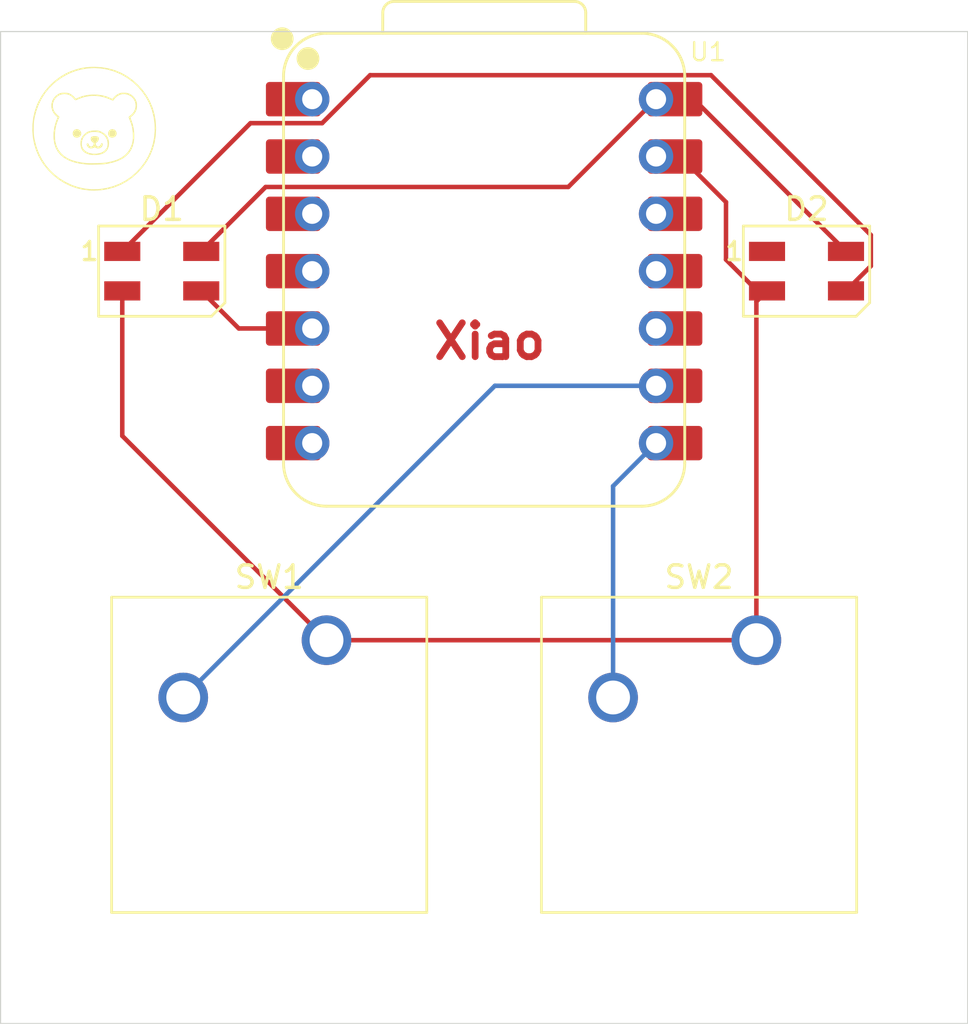
<source format=kicad_pcb>
(kicad_pcb (version 20241229) (generator "pcbnew") (generator_version "9.0")
  (layers (0 "F.Cu" signal) (2 "B.Cu" signal) (13 "F.Paste" user) (15 "B.Paste" user) (5 "F.SilkS" user "F.Silkscreen") (7 "B.SilkS" user "B.Silkscreen") (1 "F.Mask" user) (3 "B.Mask" user) (25 "Edge.Cuts" user))
  (net 0 "")
  (net 1 "GND")
  (net 2 "Net-(D1-DIN)")
  (net 3 "Net-(D1-DOUT)")
  (net 4 "+5V")
  (net 6 "Net-(U1-GPIO2{slash}SCK)")
  (net 7 "Net-(U1-GPIO1{slash}RX)")
  (net 16 "unconnected-(U1-GPIO7{slash}SCL-Pad6)")
  (footprint "LOGO" (layer "F.Cu") (at 99.4 55.6)
    (property "Reference" "G***" (hide yes))
    (property "Value" "LOGO" (hide yes))
    (fp_poly (pts (xy -0.718063 0.024701) (xy -0.658712 0.052965) (xy -0.612034 0.098426) (xy -0.581889 0.155616) (xy -0.572136 0.219068) (xy -0.586636 0.283313) (xy -0.629249 0.342883) (xy -0.639928 0.352456) (xy -0.702635 0.386025) (xy -0.775901 0.397123) (xy -0.846085 0.384831) (xy -0.877415 0.368486) (xy -0.92675 0.315296) (xy -0.951467 0.248393) (xy -0.952069 0.176887) (xy -0.92906 0.109891) (xy -0.882944 0.056517) (xy -0.859342 0.041638) (xy -0.786226 0.019102)) (fill yes) (layer "F.SilkS"))
    (fp_poly (pts (xy 0.894352 0.041128) (xy 0.946759 0.083586) (xy 0.981695 0.140367) (xy 0.995694 0.205241) (xy 0.985287 0.27198) (xy 0.947007 0.334354) (xy 0.931953 0.349185) (xy 0.869448 0.385024) (xy 0.796155 0.397587) (xy 0.725194 0.385818) (xy 0.691822 0.368527) (xy 0.64347 0.316246) (xy 0.619895 0.250792) (xy 0.61965 0.180597) (xy 0.641284 0.114095) (xy 0.683351 0.059719) (xy 0.7444 0.025902) (xy 0.750998 0.024099) (xy 0.827942 0.019223)) (fill yes) (layer "F.SilkS"))
    (fp_poly (pts (xy 0.115041 0.335564) (xy 0.171513 0.360229) (xy 0.201095 0.402924) (xy 0.20686 0.444025) (xy 0.195758 0.498285) (xy 0.167864 0.553319) (xy 0.131096 0.596135) (xy 0.104651 0.611774) (xy 0.074992 0.635157) (xy 0.067408 0.6729) (xy 0.078362 0.716265) (xy 0.104321 0.756512) (xy 0.141749 0.784904) (xy 0.178053 0.793211) (xy 0.219412 0.779926) (xy 0.260159 0.747756) (xy 0.287897 0.708229) (xy 0.293143 0.686171) (xy 0.307364 0.658094) (xy 0.338327 0.643272) (xy 0.363674 0.647601) (xy 0.379431 0.6755) (xy 0.377084 0.72032) (xy 0.358811 0.771091) (xy 0.330917 0.812398) (xy 0.274408 0.85471) (xy 0.205337 0.87674) (xy 0.135233 0.87687) (xy 0.075628 0.853483) (xy 0.069746 0.849034) (xy 0.039966 0.827505) (xy 0.016883 0.825145) (xy -0.015784 0.841634) (xy -0.024913 0.847173) (xy -0.098179 0.874876) (xy -0.174189 0.875084) (xy -0.241609 0.848054) (xy -0.249799 0.842047) (xy -0.289784 0.799291) (xy -0.321349 0.747105) (xy -0.322351 0.744763) (xy -0.337251 0.702991) (xy -0.33605 0.678025) (xy -0.321127 0.65861) (xy -0.295363 0.641688) (xy -0.269757 0.65322) (xy -0.268144 0.654543) (xy -0.245554 0.687954) (xy -0.241413 0.708126) (xy -0.22665 0.742632) (xy -0.190902 0.773922) (xy -0.146981 0.791911) (xy -0.13333 0.793211) (xy -0.091881 0.78092) (xy -0.056656 0.749828) (xy -0.031588 0.708608) (xy -0.020609 0.665929) (xy -0.027651 0.630465) (xy -0.051282 0.612294) (xy -0.100437 0.580357) (xy -0.137304 0.525754) (xy -0.154687 0.45993) (xy -0.155194 0.446989) (xy -0.146645 0.391967) (xy -0.118227 0.355541) (xy -0.065785 0.335029) (xy 0.014836 0.327747) (xy 0.029702 0.32763)) (fill yes) (layer "F.SilkS"))
    (fp_poly (pts (xy 0.107736 0.078822) (xy 0.165802 0.082247) (xy 0.212525 0.091296) (xy 0.259472 0.108401) (xy 0.318212 0.135993) (xy 0.331904 0.142742) (xy 0.456344 0.2203) (xy 0.55104 0.315304) (xy 0.616041 0.427832) (xy 0.651397 0.557957) (xy 0.658424 0.645775) (xy 0.646205 0.78099) (xy 0.605424 0.897779) (xy 0.537262 0.995172) (xy 0.442901 1.072201) (xy 0.32352 1.127895) (xy 0.180301 1.161287) (xy 0.017931 1.171438) (xy -0.065023 1.167712) (xy -0.148505 1.158919) (xy -0.216202 1.146848) (xy -0.223751 1.144929) (xy -0.357356 1.09578) (xy -0.46229 1.02759) (xy -0.538952 0.939868) (xy -0.587744 0.832124) (xy -0.609066 0.703869) (xy -0.610114 0.672505) (xy -0.608263 0.640239) (xy -0.549241 0.640239) (xy -0.542717 0.757625) (xy -0.534933 0.793211) (xy -0.497534 0.874549) (xy -0.433849 0.951902) (xy -0.351904 1.017817) (xy -0.259727 1.064843) (xy -0.232791 1.073721) (xy -0.068165 1.107075) (xy 0.091589 1.10921) (xy 0.255937 1.080174) (xy 0.270442 1.076265) (xy 0.375099 1.03225) (xy 0.468164 0.964514) (xy 0.539595 0.880743) (xy 0.551137 0.861418) (xy 0.576408 0.806538) (xy 0.589505 0.749226) (xy 0.593646 0.674543) (xy 0.593694 0.66392) (xy 0.579543 0.532571) (xy 0.535825 0.417738) (xy 0.461026 0.315877) (xy 0.433063 0.288033) (xy 0.353774 0.22446) (xy 0.270446 0.181745) (xy 0.174393 0.15693) (xy 0.056925 0.14706) (xy 0.017243 0.146571) (xy -0.066702 0.14797) (xy -0.127808 0.153502) (xy -0.17766 0.165165) (xy -0.227839 0.18496) (xy -0.241413 0.191235) (xy -0.339565 0.245177) (xy -0.412779 0.305507) (xy -0.470539 0.380735) (xy -0.490073 0.414382) (xy -0.531119 0.520979) (xy -0.549241 0.640239) (xy -0.608263 0.640239) (xy -0.602778 0.544598) (xy -0.575117 0.437901) (xy -0.523714 0.343565) (xy -0.44976 0.257319) (xy -0.364195 0.18234) (xy -0.276761 0.130174) (xy -0.179037 0.097663) (xy -0.062602 0.081646) (xy 0.026759 0.078587)) (fill yes) (layer "F.SilkS"))
    (fp_poly (pts (xy 0.323339 -2.725716) (xy 0.624023 -2.676386) (xy 0.912011 -2.595026) (xy 1.186908 -2.481799) (xy 1.44832 -2.336869) (xy 1.695853 -2.160399) (xy 1.929114 -1.952554) (xy 1.940919 -1.940817) (xy 2.150281 -1.708534) (xy 2.328471 -1.461577) (xy 2.475258 -1.200505) (xy 2.59041 -0.925878) (xy 2.673696 -0.638256) (xy 2.724882 -0.338201) (xy 2.743738 -0.026272) (xy 2.743843 0) (xy 2.727575 0.313037) (xy 2.679027 0.61398) (xy 2.598359 0.90245) (xy 2.485726 1.178068) (xy 2.341288 1.440455) (xy 2.165202 1.689233) (xy 1.957625 1.924022) (xy 1.932606 1.949247) (xy 1.702211 2.155406) (xy 1.45518 2.331656) (xy 1.192908 2.477486) (xy 0.916788 2.592387) (xy 0.628215 2.675848) (xy 0.328583 2.727358) (xy 0.019287 2.746407) (xy -0.224169 2.738662) (xy -0.520855 2.700467) (xy -0.809034 2.629657) (xy -1.086587 2.52751) (xy -1.351389 2.395303) (xy -1.601319 2.234313) (xy -1.834256 2.045817) (xy -2.048077 1.831092) (xy -2.24066 1.591416) (xy -2.318062 1.478474) (xy -2.462778 1.225379) (xy -2.577893 0.957538) (xy -2.663212 0.678218) (xy -2.718542 0.390688) (xy -2.743688 0.098219) (xy -2.741941 0) (xy -2.678343 0) (xy -2.677621 0.120721) (xy -2.674884 0.216724) (xy -2.669275 0.29776) (xy -2.659937 0.373579) (xy -2.646014 0.45393) (xy -2.632617 0.520306) (xy -2.553117 0.820964) (xy -2.444213 1.105233) (xy -2.30674 1.371676) (xy -2.141535 1.618857) (xy -1.949432 1.845341) (xy -1.755162 2.029496) (xy -1.514271 2.213927) (xy -1.258046 2.369219) (xy -0.989125 2.494525) (xy -0.710146 2.588997) (xy -0.423748 2.651787) (xy -0.132568 2.682048) (xy 0.160755 2.678932) (xy 0.243895 2.671863) (xy 0.552648 2.623965) (xy 0.847486 2.544903) (xy 1.127113 2.435451) (xy 1.390236 2.296383) (xy 1.635559 2.128472) (xy 1.861788 1.932493) (xy 2.067628 1.70922) (xy 2.238554 1.479362) (xy 2.388799 1.224446) (xy 2.508518 0.955652) (xy 2.597337 0.675842) (xy 2.654884 0.387876) (xy 2.680784 0.094617) (xy 2.674665 -0.201074) (xy 2.636152 -0.496336) (xy 2.564873 -0.788307) (xy 2.543354 -0.856052) (xy 2.434453 -1.130034) (xy 2.295382 -1.389688) (xy 2.128368 -1.632512) (xy 1.935639 -1.856002) (xy 1.71942 -2.057653) (xy 1.48194 -2.234962) (xy 1.225427 -2.385424) (xy 1.149818 -2.422722) (xy 0.867961 -2.537759) (xy 0.580539 -2.619532) (xy 0.289808 -2.668363) (xy -0.001973 -2.684578) (xy -0.292546 -2.668499) (xy -0.579653 -2.620451) (xy -0.861036 -2.540756) (xy -1.134438 -2.42974) (xy -1.3976 -2.287725) (xy -1.648265 -2.115035) (xy -1.786037 -2.00182) (xy -1.993822 -1.797385) (xy -2.177362 -1.569487) (xy -2.335346 -1.320422) (xy -2.466462 -1.052486) (xy -2.569399 -0.767975) (xy -2.632617 -0.520307) (xy -2.650387 -0.430614) (xy -2.662952 -0.352498) (xy -2.671169 -0.276209) (xy -2.675895 -0.191996) (xy -2.677987 -0.09011) (xy -2.678343 0) (xy -2.741941 0) (xy -2.738456 -0.195922) (xy -2.702651 -0.488466) (xy -2.636081 -0.776142) (xy -2.538551 -1.055683) (xy -2.476749 -1.194226) (xy -2.333001 -1.454229) (xy -2.160378 -1.69885) (xy -1.962335 -1.924099) (xy -1.742328 -2.12599) (xy -1.536582 -2.27897) (xy -1.398303 -2.367811) (xy -1.272325 -2.439699) (xy -1.145794 -2.501272) (xy -1.005855 -2.559168) (xy -0.961036 -2.576178) (xy -0.757265 -2.644616) (xy -0.56076 -2.693573) (xy -0.360813 -2.724885) (xy -0.146716 -2.740391) (xy 0.010352 -2.742851)) (fill yes) (layer "F.SilkS"))
    (fp_poly (pts (xy -1.319145 -1.594517) (xy -1.23888 -1.592858) (xy -1.18064 -1.586881) (xy -1.132011 -1.574112) (xy -1.08058 -1.552076) (xy -1.063161 -1.543496) (xy -0.991445 -1.499379) (xy -0.920726 -1.442836) (xy -0.888295 -1.410613) (xy -0.814219 -1.328223) (xy -0.702973 -1.378665) (xy -0.518483 -1.447497) (xy -0.320488 -1.491802) (xy -0.102481 -1.513008) (xy -0.08907 -1.51356) (xy 0.146323 -1.510106) (xy 0.363316 -1.480271) (xy 0.566765 -1.423145) (xy 0.709796 -1.363554) (xy 0.807441 -1.317091) (xy 0.879237 -1.400441) (xy 0.945722 -1.463997) (xy 1.026576 -1.521792) (xy 1.057492 -1.539364) (xy 1.112497 -1.566487) (xy 1.157992 -1.582901) (xy 1.206199 -1.591143) (xy 1.269344 -1.593749) (xy 1.319144 -1.593666) (xy 1.410826 -1.590367) (xy 1.47956 -1.581025) (xy 1.536622 -1.563845) (xy 1.55486 -1.556128) (xy 1.663528 -1.490245) (xy 1.759565 -1.399572) (xy 1.835486 -1.292574) (xy 1.881146 -1.186959) (xy 1.897718 -1.090815) (xy 1.897649 -0.980242) (xy 1.881706 -0.870581) (xy 1.862033 -0.80395) (xy 1.825382 -0.731202) (xy 1.772219 -0.654922) (xy 1.711215 -0.585705) (xy 1.651043 -0.534147) (xy 1.631158 -0.521897) (xy 1.614665 -0.511019) (xy 1.608734 -0.496031) (xy 1.614114 -0.468856) (xy 1.631555 -0.421417) (xy 1.643205 -0.392139) (xy 1.710779 -0.190011) (xy 1.755191 0.017397) (xy 1.776481 0.22489) (xy 1.774687 0.427275) (xy 1.749849 0.619357) (xy 1.702005 0.795943) (xy 1.633148 0.948404) (xy 1.532664 1.093689) (xy 1.40582 1.220408) (xy 1.251891 1.328955) (xy 1.070151 1.419727) (xy 0.859877 1.493119) (xy 0.620343 1.549525) (xy 0.491445 1.571177) (xy 0.434697 1.577081) (xy 0.351418 1.582543) (xy 0.249563 1.58735) (xy 0.13709 1.591291) (xy 0.021953 1.594152) (xy -0.087891 1.595723) (xy -0.184487 1.59579) (xy -0.259879 1.594142) (xy -0.293144 1.592105) (xy -0.497092 1.570093) (xy -0.673052 1.543341) (xy -0.827375 1.510323) (xy -0.96641 1.469517) (xy -1.096505 1.419398) (xy -1.185881 1.377845) (xy -1.357779 1.276363) (xy -1.501146 1.156297) (xy -1.616511 1.016818) (xy -1.704407 0.857098) (xy -1.765362 0.676306) (xy -1.799909 0.473614) (xy -1.805082 0.410327) (xy -1.803153 0.17163) (xy -1.767699 -0.069134) (xy -1.699273 -0.308748) (xy -1.666039 -0.395666) (xy -1.620587 -0.50681) (xy -1.705894 -0.581434) (xy -1.796413 -0.682754) (xy -1.860366 -0.802192) (xy -1.895479 -0.933386) (xy -1.896651 -0.973393) (xy -1.83349 -0.973393) (xy -1.806239 -0.84906) (xy -1.78977 -0.808815) (xy -1.755676 -0.745925) (xy -1.711492 -0.6876) (xy -1.650468 -0.626007) (xy -1.578361 -0.563619) (xy -1.545681 -0.53115) (xy -1.540003 -0.507408) (xy -1.545243 -0.497732) (xy -1.569153 -0.456288) (xy -1.598799 -0.389414) (xy -1.631103 -0.305026) (xy -1.662991 -0.211036) (xy -1.685083 -0.13795) (xy -1.713534 -0.007794) (xy -1.731957 0.140877) (xy -1.739803 0.295878) (xy -1.736525 0.445019) (xy -1.721576 0.576115) (xy -1.718003 0.594908) (xy -1.664242 0.77747) (xy -1.581435 0.942123) (xy -1.470715 1.087652) (xy -1.333215 1.212838) (xy -1.170066 1.316466) (xy -0.982404 1.397318) (xy -0.965649 1.403005) (xy -0.781461 1.454772) (xy -0.57751 1.495217) (xy -0.412991 1.517143) (xy -0.318098 1.523883) (xy -0.199358 1.527471) (xy -0.064777 1.528118) (xy 0.077636 1.52603) (xy 0.219874 1.521416) (xy 0.35393 1.514485) (xy 0.471797 1.505446) (xy 0.565466 1.494506) (xy 0.586286 1.491127) (xy 0.822133 1.438333) (xy 1.028724 1.368095) (xy 1.206929 1.27975) (xy 1.35762 1.172634) (xy 1.481671 1.046084) (xy 1.579953 0.899436) (xy 1.653338 0.732028) (xy 1.674753 0.663277) (xy 1.693025 0.589441) (xy 1.704629 0.517321) (xy 1.710782 0.435597) (xy 1.7127 0.332949) (xy 1.712686 0.310386) (xy 1.705416 0.128203) (xy 1.683166 -0.034034) (xy 1.64366 -0.188444) (xy 1.592746 -0.327631) (xy 1.565066 -0.395602) (xy 1.541962 -0.45346) (xy 1.526956 -0.492335) (xy 1.523778 -0.501291) (xy 1.532374 -0.530159) (xy 1.57352 -0.566864) (xy 1.583999 -0.574015) (xy 1.690194 -0.662989) (xy 1.768533 -0.768872) (xy 1.817441 -0.887539) (xy 1.835341 -1.014869) (xy 1.820659 -1.146739) (xy 1.81339 -1.174277) (xy 1.763756 -1.286784) (xy 1.688599 -1.381412) (xy 1.593324 -1.455542) (xy 1.483333 -1.506556) (xy 1.364032 -1.531834) (xy 1.240824 -1.528759) (xy 1.137184 -1.501942) (xy 1.029674 -1.445428) (xy 0.932267 -1.359757) (xy 0.877723 -1.293983) (xy 0.832984 -1.234333) (xy 0.689012 -1.300144) (xy 0.471509 -1.381736) (xy 0.245977 -1.432703) (xy 0.016899 -1.453046) (xy -0.211244 -1.442765) (xy -0.433971 -1.401862) (xy -0.646799 -1.330338) (xy -0.714531 -1.299806) (xy -0.767584 -1.276688) (xy -0.811445 -1.261814) (xy -0.828581 -1.258792) (xy -0.854779 -1.272051) (xy -0.888499 -1.305711) (xy -0.905204 -1.327635) (xy -0.98693 -1.417403) (xy -1.086254 -1.481673) (xy -1.197486 -1.520385) (xy -1.314935 -1.533478) (xy -1.432911 -1.520892) (xy -1.545724 -1.482565) (xy -1.647685 -1.418438) (xy -1.727173 -1.336389) (xy -1.793228 -1.2232) (xy -1.82891 -1.100154) (xy -1.83349 -0.973393) (xy -1.896651 -0.973393) (xy -1.899479 -1.069975) (xy -1.894553 -1.109326) (xy -1.855987 -1.244626) (xy -1.788016 -1.365335) (xy -1.694093 -1.466773) (xy -1.577669 -1.544257) (xy -1.571619 -1.547271) (xy -1.51828 -1.5712) (xy -1.470211 -1.585522) (xy -1.415149 -1.592533) (xy -1.340827 -1.594528)) (fill yes) (layer "F.SilkS"))
  )
  (footprint "OPL:XIAO-RP2040-DIP" (layer "F.Cu") (at 116.68125 61.9125)
    (property "Reference" "U1" (at 9.91875 -9.7125 0) (layer "F.SilkS") (effects (font (size 0.8 0.8) (thickness 0.1016))))
    (property "Value" "XIAO-RP2040-DIP")
    (fp_line (start -8.89 8.509) (end -8.89 -8.636) (stroke (width 0.127)) (layer "F.SilkS"))
    (fp_line (start -6.985 10.414) (end 6.985 10.414) (stroke (width 0.127)) (layer "F.SilkS"))
    (fp_line (start -4.495 -10.541) (end -4.491272 -11.451272) (stroke (width 0.127)) (layer "F.SilkS"))
    (fp_line (start -3.991272 -11.951) (end 4.004 -11.951) (stroke (width 0.127)) (layer "F.SilkS"))
    (fp_line (start 4.504 -11.451) (end 4.504 -10.541) (stroke (width 0.127)) (layer "F.SilkS"))
    (fp_line (start 6.985 -10.541) (end -6.985 -10.541) (stroke (width 0.1)) (layer "F.SilkS"))
    (fp_line (start 6.985 -10.541) (end -6.985 -10.541) (stroke (width 0.127)) (layer "F.SilkS"))
    (fp_line (start 8.89 8.509) (end 8.89 -8.636) (stroke (width 0.127)) (layer "F.SilkS"))
    (fp_arc (start -8.89 -8.636) (mid -8.332038 -9.983038) (end -6.985 -10.541) (stroke (width 0.127)) (layer "F.SilkS"))
    (fp_arc (start -6.985 10.414) (mid -8.332038 9.856038) (end -8.89 8.509) (stroke (width 0.127)) (layer "F.SilkS"))
    (fp_arc (start -4.491272 -11.451272) (mid -4.344728 -11.80464) (end -3.991272 -11.951) (stroke (width 0.127)) (layer "F.SilkS"))
    (fp_arc (start 4.004 -11.951) (mid 4.357553 -11.804553) (end 4.504 -11.451) (stroke (width 0.127)) (layer "F.SilkS"))
    (fp_arc (start 6.985 -10.541) (mid 8.332038 -9.983038) (end 8.89 -8.636) (stroke (width 0.127)) (layer "F.SilkS"))
    (fp_arc (start 8.89 8.509) (mid 8.332038 9.856038) (end 6.985 10.414) (stroke (width 0.127)) (layer "F.SilkS"))
    (fp_circle (center -8.95 -10.3) (end -8.95 -10.554) (stroke (width 0.5)) (fill yes) (layer "F.SilkS"))
    (fp_circle (center -7.807 -9.42) (end -7.807 -9.674) (stroke (width 0.5)) (fill yes) (layer "F.SilkS"))
    (pad "1" smd roundrect (at -8.455 -7.62 180) (size 2.432 1.524) (layers "F.Cu" "F.Mask") (roundrect_rratio 0.1))
    (pad "1" thru_hole circle (at -7.62 -7.62 180) (size 1.524 1.524) (drill 0.889) (layers "*.Cu" "*.Mask"))
    (pad "2" smd roundrect (at -8.455 -5.08 180) (size 2.432 1.524) (layers "F.Cu" "F.Mask") (roundrect_rratio 0.1))
    (pad "2" thru_hole circle (at -7.62 -5.08 180) (size 1.524 1.524) (drill 0.889) (layers "*.Cu" "*.Mask"))
    (pad "3" smd roundrect (at -8.455 -2.54 180) (size 2.432 1.524) (layers "F.Cu" "F.Mask") (roundrect_rratio 0.1))
    (pad "3" thru_hole circle (at -7.62 -2.54 180) (size 1.524 1.524) (drill 0.889) (layers "*.Cu" "*.Mask"))
    (pad "4" smd roundrect (at -8.455 0 180) (size 2.432 1.524) (layers "F.Cu" "F.Mask") (roundrect_rratio 0.1))
    (pad "4" thru_hole circle (at -7.62 0 180) (size 1.524 1.524) (drill 0.889) (layers "*.Cu" "*.Mask"))
    (pad "5" smd roundrect (at -8.455 2.54 180) (size 2.432 1.524) (layers "F.Cu" "F.Mask") (roundrect_rratio 0.1) (net 2 "Net-(D1-DIN)"))
    (pad "5" thru_hole circle (at -7.62 2.54 180) (size 1.524 1.524) (drill 0.889) (layers "*.Cu" "*.Mask") (net 2 "Net-(D1-DIN)"))
    (pad "6" smd roundrect (at -8.455 5.08 180) (size 2.432 1.524) (layers "F.Cu" "F.Mask") (roundrect_rratio 0.1) (net 16 "unconnected-(U1-GPIO7{slash}SCL-Pad6)"))
    (pad "6" thru_hole circle (at -7.62 5.08 180) (size 1.524 1.524) (drill 0.889) (layers "*.Cu" "*.Mask") (net 16 "unconnected-(U1-GPIO7{slash}SCL-Pad6)"))
    (pad "7" smd roundrect (at -8.455 7.62 180) (size 2.432 1.524) (layers "F.Cu" "F.Mask") (roundrect_rratio 0.1))
    (pad "7" thru_hole circle (at -7.62 7.62 180) (size 1.524 1.524) (drill 0.889) (layers "*.Cu" "*.Mask"))
    (pad "8" thru_hole circle (at 7.62 7.62) (size 1.524 1.524) (drill 0.889) (layers "*.Cu" "*.Mask") (net 7 "Net-(U1-GPIO1{slash}RX)"))
    (pad "8" smd roundrect (at 8.455 7.62) (size 2.432 1.524) (layers "F.Cu" "F.Mask") (roundrect_rratio 0.1) (net 7 "Net-(U1-GPIO1{slash}RX)"))
    (pad "9" thru_hole circle (at 7.62 5.08) (size 1.524 1.524) (drill 0.889) (layers "*.Cu" "*.Mask") (net 6 "Net-(U1-GPIO2{slash}SCK)"))
    (pad "9" smd roundrect (at 8.455 5.08) (size 2.432 1.524) (layers "F.Cu" "F.Mask") (roundrect_rratio 0.1) (net 6 "Net-(U1-GPIO2{slash}SCK)"))
    (pad "10" thru_hole circle (at 7.62 2.54) (size 1.524 1.524) (drill 0.889) (layers "*.Cu" "*.Mask"))
    (pad "10" smd roundrect (at 8.455 2.54) (size 2.432 1.524) (layers "F.Cu" "F.Mask") (roundrect_rratio 0.1))
    (pad "11" thru_hole circle (at 7.62 0) (size 1.524 1.524) (drill 0.889) (layers "*.Cu" "*.Mask"))
    (pad "11" smd roundrect (at 8.455 0) (size 2.432 1.524) (layers "F.Cu" "F.Mask") (roundrect_rratio 0.1))
    (pad "12" thru_hole circle (at 7.62 -2.54) (size 1.524 1.524) (drill 0.889) (layers "*.Cu" "*.Mask"))
    (pad "12" smd roundrect (at 8.455 -2.54) (size 2.432 1.524) (layers "F.Cu" "F.Mask") (roundrect_rratio 0.1))
    (pad "13" thru_hole circle (at 7.62 -5.08) (size 1.524 1.524) (drill 0.889) (layers "*.Cu" "*.Mask") (net 1 "GND"))
    (pad "13" smd roundrect (at 8.455 -5.08) (size 2.432 1.524) (layers "F.Cu" "F.Mask") (roundrect_rratio 0.1) (net 1 "GND"))
    (pad "14" thru_hole circle (at 7.62 -7.62) (size 1.524 1.524) (drill 0.889) (layers "*.Cu" "*.Mask") (net 4 "+5V"))
    (pad "14" smd roundrect (at 8.455 -7.62) (size 2.432 1.524) (layers "F.Cu" "F.Mask") (roundrect_rratio 0.1) (net 4 "+5V"))
  )
  (footprint "Button_Switch_Keyboard:SW_Cherry_MX_1.00u_PCB" (layer "F.Cu") (at 128.74625 78.26375)
    (property "Reference" "SW2" (at -2.54 -2.794 0) (layer "F.SilkS"))
    (property "Value" "SW_Push")
    (fp_line (start -9.525 -1.905) (end 4.445 -1.905) (stroke (width 0.12)) (layer "F.SilkS"))
    (fp_line (start -9.525 12.065) (end -9.525 -1.905) (stroke (width 0.12)) (layer "F.SilkS"))
    (fp_line (start 4.445 -1.905) (end 4.445 12.065) (stroke (width 0.12)) (layer "F.SilkS"))
    (fp_line (start 4.445 12.065) (end -9.525 12.065) (stroke (width 0.12)) (layer "F.SilkS"))
    (pad "" np_thru_hole circle (at -7.62 5.08) (size 1.7 1.7) (drill 1.7) (layers "*.Cu" "*.Mask"))
    (pad "" np_thru_hole circle (at -2.54 5.08) (size 4 4) (drill 4) (layers "*.Cu" "*.Mask"))
    (pad "" np_thru_hole circle (at 2.54 5.08) (size 1.7 1.7) (drill 1.7) (layers "*.Cu" "*.Mask"))
    (pad "1" thru_hole circle (at 0 0) (size 2.2 2.2) (drill 1.5) (layers "*.Cu" "*.Mask") (net 1 "GND"))
    (pad "2" thru_hole circle (at -6.35 2.54) (size 2.2 2.2) (drill 1.5) (layers "*.Cu" "*.Mask") (net 7 "Net-(U1-GPIO1{slash}RX)"))
  )
  (footprint "LED_SMD:LED_SK6812MINI_PLCC4_3.5x3.5mm_P1.75mm" (layer "F.Cu") (at 102.39375 61.9125)
    (property "Reference" "D1" (at 0 -2.75 0) (layer "F.SilkS"))
    (property "Value" "SK6812MINI")
    (fp_line (start -2.8 -2) (end -2.8 2) (stroke (width 0.12)) (layer "F.SilkS"))
    (fp_line (start -2.8 -2) (end 2.8 -2) (stroke (width 0.12)) (layer "F.SilkS"))
    (fp_line (start -2.8 2) (end 2.2 2) (stroke (width 0.12)) (layer "F.SilkS"))
    (fp_line (start 2.8 1.4) (end 2.2 2) (stroke (width 0.12)) (layer "F.SilkS"))
    (fp_line (start 2.8 1.4) (end 2.8 -2) (stroke (width 0.12)) (layer "F.SilkS"))
    (fp_text user "1" (at -3.2 -0.875 0) (layer "F.SilkS") (effects (font (size 0.8 0.8))))
    (pad "1" smd rect (at -1.75 -0.875) (size 1.6 0.85) (layers "F.Cu" "F.Mask" "F.Paste") (net 3 "Net-(D1-DOUT)"))
    (pad "2" smd rect (at -1.75 0.875) (size 1.6 0.85) (layers "F.Cu" "F.Mask" "F.Paste") (net 1 "GND"))
    (pad "3" smd rect (at 1.75 0.875) (size 1.6 0.85) (layers "F.Cu" "F.Mask" "F.Paste") (net 2 "Net-(D1-DIN)"))
    (pad "4" smd rect (at 1.75 -0.875) (size 1.6 0.85) (layers "F.Cu" "F.Mask" "F.Paste") (net 4 "+5V"))
  )
  (footprint "LED_SMD:LED_SK6812MINI_PLCC4_3.5x3.5mm_P1.75mm" (layer "F.Cu") (at 130.96875 61.9125)
    (property "Reference" "D2" (at 0 -2.75 0) (layer "F.SilkS"))
    (property "Value" "SK6812MINI")
    (fp_line (start -2.8 -2) (end -2.8 2) (stroke (width 0.12)) (layer "F.SilkS"))
    (fp_line (start -2.8 -2) (end 2.8 -2) (stroke (width 0.12)) (layer "F.SilkS"))
    (fp_line (start -2.8 2) (end 2.2 2) (stroke (width 0.12)) (layer "F.SilkS"))
    (fp_line (start 2.8 1.4) (end 2.2 2) (stroke (width 0.12)) (layer "F.SilkS"))
    (fp_line (start 2.8 1.4) (end 2.8 -2) (stroke (width 0.12)) (layer "F.SilkS"))
    (fp_text user "1" (at -3.2 -0.875 0) (layer "F.SilkS") (effects (font (size 0.8 0.8))))
    (pad "1" smd rect (at -1.75 -0.875) (size 1.6 0.85) (layers "F.Cu" "F.Mask" "F.Paste"))
    (pad "2" smd rect (at -1.75 0.875) (size 1.6 0.85) (layers "F.Cu" "F.Mask" "F.Paste") (net 1 "GND"))
    (pad "3" smd rect (at 1.75 0.875) (size 1.6 0.85) (layers "F.Cu" "F.Mask" "F.Paste") (net 3 "Net-(D1-DOUT)"))
    (pad "4" smd rect (at 1.75 -0.875) (size 1.6 0.85) (layers "F.Cu" "F.Mask" "F.Paste") (net 4 "+5V"))
  )
  (footprint "Button_Switch_Keyboard:SW_Cherry_MX_1.00u_PCB" (layer "F.Cu") (at 109.69625 78.26375)
    (property "Reference" "SW1" (at -2.54 -2.794 0) (layer "F.SilkS"))
    (property "Value" "SW_Push")
    (fp_line (start -9.525 -1.905) (end 4.445 -1.905) (stroke (width 0.12)) (layer "F.SilkS"))
    (fp_line (start -9.525 12.065) (end -9.525 -1.905) (stroke (width 0.12)) (layer "F.SilkS"))
    (fp_line (start 4.445 -1.905) (end 4.445 12.065) (stroke (width 0.12)) (layer "F.SilkS"))
    (fp_line (start 4.445 12.065) (end -9.525 12.065) (stroke (width 0.12)) (layer "F.SilkS"))
    (pad "" np_thru_hole circle (at -7.62 5.08) (size 1.7 1.7) (drill 1.7) (layers "*.Cu" "*.Mask"))
    (pad "" np_thru_hole circle (at -2.54 5.08) (size 4 4) (drill 4) (layers "*.Cu" "*.Mask"))
    (pad "" np_thru_hole circle (at 2.54 5.08) (size 1.7 1.7) (drill 1.7) (layers "*.Cu" "*.Mask"))
    (pad "1" thru_hole circle (at 0 0) (size 2.2 2.2) (drill 1.5) (layers "*.Cu" "*.Mask") (net 1 "GND"))
    (pad "2" thru_hole circle (at -6.35 2.54) (size 2.2 2.2) (drill 1.5) (layers "*.Cu" "*.Mask") (net 6 "Net-(U1-GPIO2{slash}SCK)"))
  )
  (gr_rect (start 95.25 51.296874) (end 138.1125 95.25) (stroke (width 0.05)) (fill no) (layer "Edge.Cuts"))
  (gr_text "Xiao" (at 114.3 65.9 0) (layer "F.Cu") (effects (font (size 1.5 1.5) (thickness 0.3) (bold yes)) (justify left bottom)))
  (segment (start 128.74625 63.26) (end 129.21875 62.7875) (width 0.2) (layer "F.Cu") (net 1))
  (segment (start 100.64375 62.7875) (end 100.64375 69.21125) (width 0.2) (layer "F.Cu") (net 1))
  (segment (start 127.4 58.85362) (end 127.4 61.4) (width 0.2) (layer "F.Cu") (net 1))
  (segment (start 127.4 61.4) (end 128.7875 62.7875) (width 0.2) (layer "F.Cu") (net 1))
  (segment (start 128.74625 78.26375) (end 128.74625 63.26) (width 0.2) (layer "F.Cu") (net 1))
  (segment (start 125.37888 56.8325) (end 127.4 58.85362) (width 0.2) (layer "F.Cu") (net 1))
  (segment (start 100.64375 69.21125) (end 109.69625 78.26375) (width 0.2) (layer "F.Cu") (net 1))
  (segment (start 109.69625 78.26375) (end 128.74625 78.26375) (width 0.2) (layer "F.Cu") (net 1))
  (segment (start 124.30125 56.8325) (end 125.37888 56.8325) (width 0.2) (layer "F.Cu") (net 1))
  (segment (start 128.7875 62.7875) (end 129.21875 62.7875) (width 0.2) (layer "F.Cu") (net 1))
  (segment (start 105.80875 64.4525) (end 109.06125 64.4525) (width 0.2) (layer "F.Cu") (net 2))
  (segment (start 104.14375 62.7875) (end 105.80875 64.4525) (width 0.2) (layer "F.Cu") (net 2))
  (segment (start 133.81975 60.3115) (end 126.73775 53.2295) (width 0.2) (layer "F.Cu") (net 3))
  (segment (start 111.62756 53.2295) (end 109.50156 55.3555) (width 0.2) (layer "F.Cu") (net 3))
  (segment (start 109.50156 55.3555) (end 106.32575 55.3555) (width 0.2) (layer "F.Cu") (net 3))
  (segment (start 106.32575 55.3555) (end 100.64375 61.0375) (width 0.2) (layer "F.Cu") (net 3))
  (segment (start 126.73775 53.2295) (end 111.62756 53.2295) (width 0.2) (layer "F.Cu") (net 3))
  (segment (start 132.71875 62.7875) (end 133.81975 61.6865) (width 0.2) (layer "F.Cu") (net 3))
  (segment (start 133.81975 61.6865) (end 133.81975 60.3115) (width 0.2) (layer "F.Cu") (net 3))
  (segment (start 125.97375 54.2925) (end 132.71875 61.0375) (width 0.2) (layer "F.Cu") (net 4))
  (segment (start 124.30125 54.2925) (end 125.97375 54.2925) (width 0.2) (layer "F.Cu") (net 4))
  (segment (start 120.411376 58.182374) (end 124.30125 54.2925) (width 0.2) (layer "F.Cu") (net 4))
  (segment (start 104.14375 61.0375) (end 106.998876 58.182374) (width 0.2) (layer "F.Cu") (net 4))
  (segment (start 106.998876 58.182374) (end 120.411376 58.182374) (width 0.2) (layer "F.Cu") (net 4))
  (segment (start 124.30125 66.9925) (end 117.1575 66.9925) (width 0.2) (layer "B.Cu") (net 6))
  (segment (start 117.1575 66.9925) (end 103.34625 80.80375) (width 0.2) (layer "B.Cu") (net 6))
  (segment (start 122.39625 80.80375) (end 122.39625 71.4375) (width 0.2) (layer "B.Cu") (net 7))
  (segment (start 122.39625 71.4375) (end 124.30125 69.5325) (width 0.2) (layer "B.Cu") (net 7))
  (segment (start 108.34875 66.9925) (end 109.06125 66.9925) (width 0.2) (layer "F.Cu") (net 16))
)
</source>
